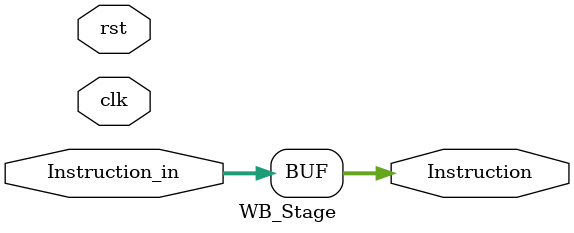
<source format=v>
module WB_Stage
	(
		clk,
		rst,
		Instruction_in,
		Instruction
	);
	
	// input and output ports
	input			clk;
	input			rst;
	input	[31:0]	Instruction_in;
	output	[31:0]	Instruction;
	
	// build module
	assign Instruction = Instruction_in;
	
endmodule

</source>
